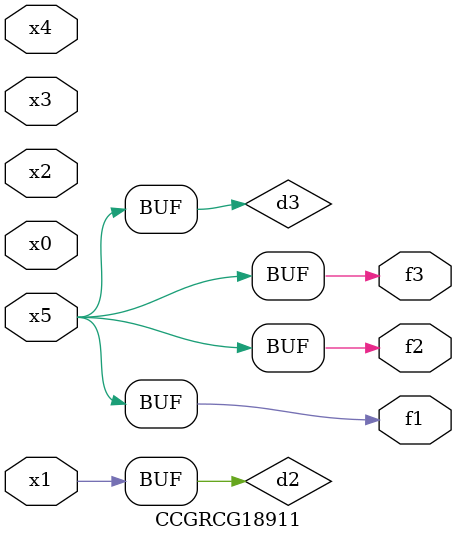
<source format=v>
module CCGRCG18911(
	input x0, x1, x2, x3, x4, x5,
	output f1, f2, f3
);

	wire d1, d2, d3;

	not (d1, x5);
	or (d2, x1);
	xnor (d3, d1);
	assign f1 = d3;
	assign f2 = d3;
	assign f3 = d3;
endmodule

</source>
